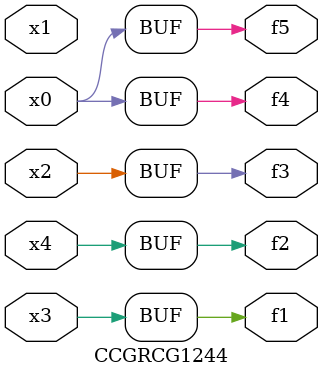
<source format=v>
module CCGRCG1244(
	input x0, x1, x2, x3, x4,
	output f1, f2, f3, f4, f5
);
	assign f1 = x3;
	assign f2 = x4;
	assign f3 = x2;
	assign f4 = x0;
	assign f5 = x0;
endmodule

</source>
